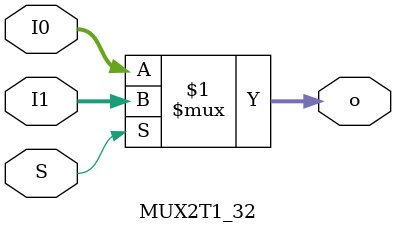
<source format=v>
`timescale 1ns / 1ps
module MUX2T1_32(
	input [31:0]I0,
	input [31:0]I1,
	output [31:0]o,
	input S
    );
	
	assign o = S ? I1:I0;

endmodule

</source>
